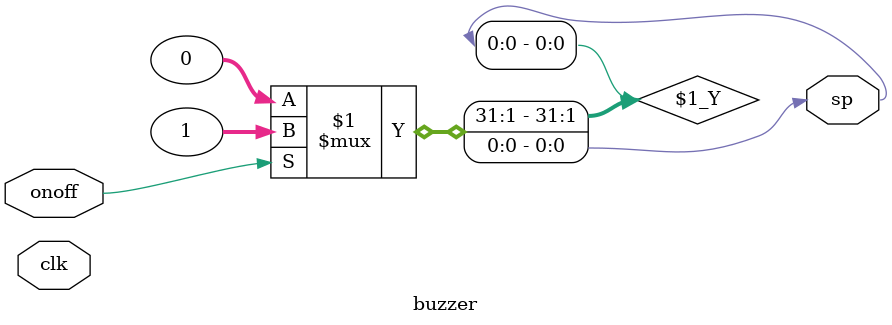
<source format=v>
`timescale 1ns / 1ps
module buzzer(
    input clk,
    input onoff,
    output  sp
    );
	
	assign sp = ( onoff ? 1:0 );
		

endmodule

</source>
